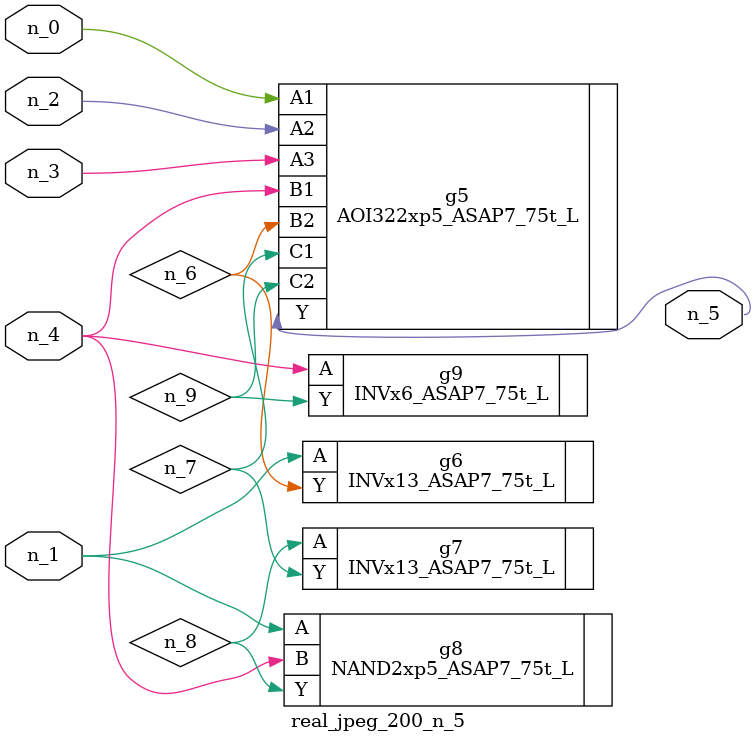
<source format=v>
module real_jpeg_200_n_5 (n_4, n_0, n_1, n_2, n_3, n_5);

input n_4;
input n_0;
input n_1;
input n_2;
input n_3;

output n_5;

wire n_8;
wire n_6;
wire n_7;
wire n_9;

AOI322xp5_ASAP7_75t_L g5 ( 
.A1(n_0),
.A2(n_2),
.A3(n_3),
.B1(n_4),
.B2(n_6),
.C1(n_7),
.C2(n_9),
.Y(n_5)
);

INVx13_ASAP7_75t_L g6 ( 
.A(n_1),
.Y(n_6)
);

NAND2xp5_ASAP7_75t_L g8 ( 
.A(n_1),
.B(n_4),
.Y(n_8)
);

INVx6_ASAP7_75t_L g9 ( 
.A(n_4),
.Y(n_9)
);

INVx13_ASAP7_75t_L g7 ( 
.A(n_8),
.Y(n_7)
);


endmodule
</source>
